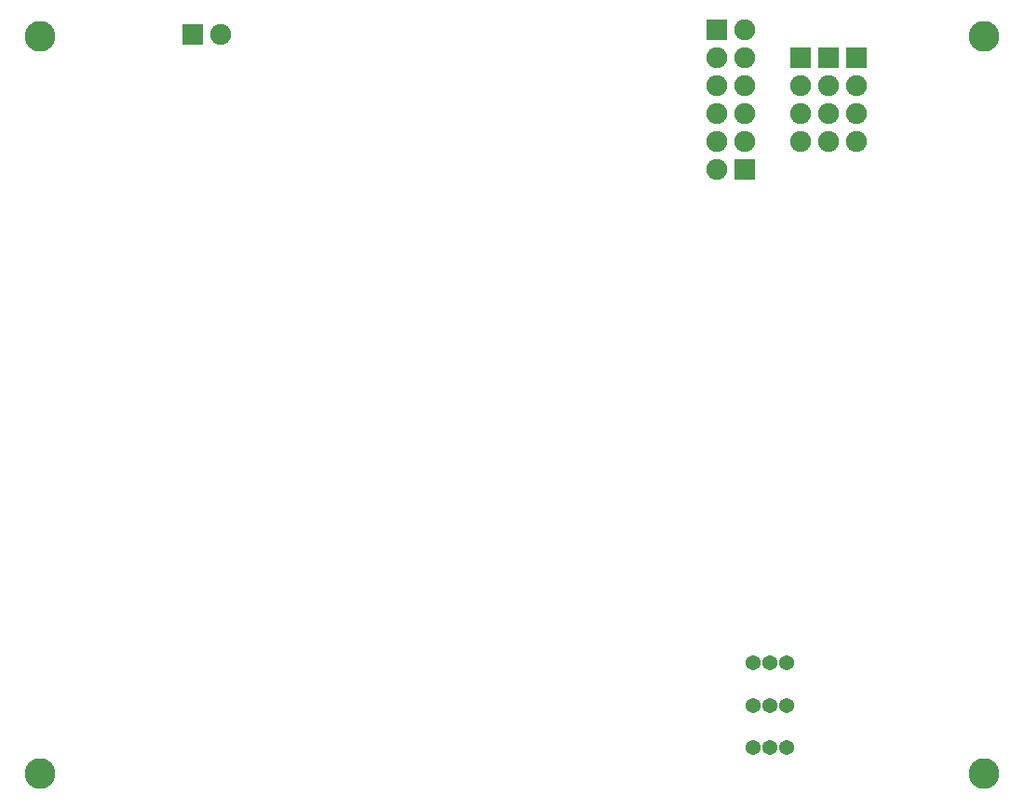
<source format=gbs>
G04 DipTrace 3.0.0.2*
G04 BottomMask.gbr*
%MOMM*%
G04 #@! TF.FileFunction,Soldermask,Bot*
G04 #@! TF.Part,Single*
%ADD45C,2.794*%
%ADD68C,1.9032*%
%ADD70R,1.9032X1.9032*%
%ADD72C,1.3716*%
%FSLAX35Y35*%
G04*
G71*
G90*
G75*
G01*
G04 BotMask*
%LPD*%
D45*
X10249030Y8013727D3*
Y1313207D3*
X1658750D3*
Y8013727D3*
D72*
X8150327Y1545010D3*
X8300327D3*
X8450327D3*
X8150327Y1931090D3*
X8300327D3*
X8450327D3*
X8147787Y2322250D3*
X8297787D3*
X8447787D3*
D70*
X3050007Y8032170D3*
D68*
X3304007D3*
D70*
X7820127Y8080430D3*
D68*
X8074127D3*
X7820127Y7826430D3*
X8074127D3*
X7820127Y7572430D3*
X8074127D3*
X7820127Y7318430D3*
X8074127D3*
D70*
X9090127Y7826430D3*
D68*
Y7572430D3*
Y7318430D3*
Y7064430D3*
D70*
X8836127Y7826430D3*
D68*
Y7572430D3*
Y7318430D3*
Y7064430D3*
D70*
X8582127Y7826430D3*
D68*
Y7572430D3*
Y7318430D3*
Y7064430D3*
D70*
X8074127Y6810430D3*
D68*
X7820127D3*
X8074127Y7064430D3*
X7820127D3*
M02*

</source>
